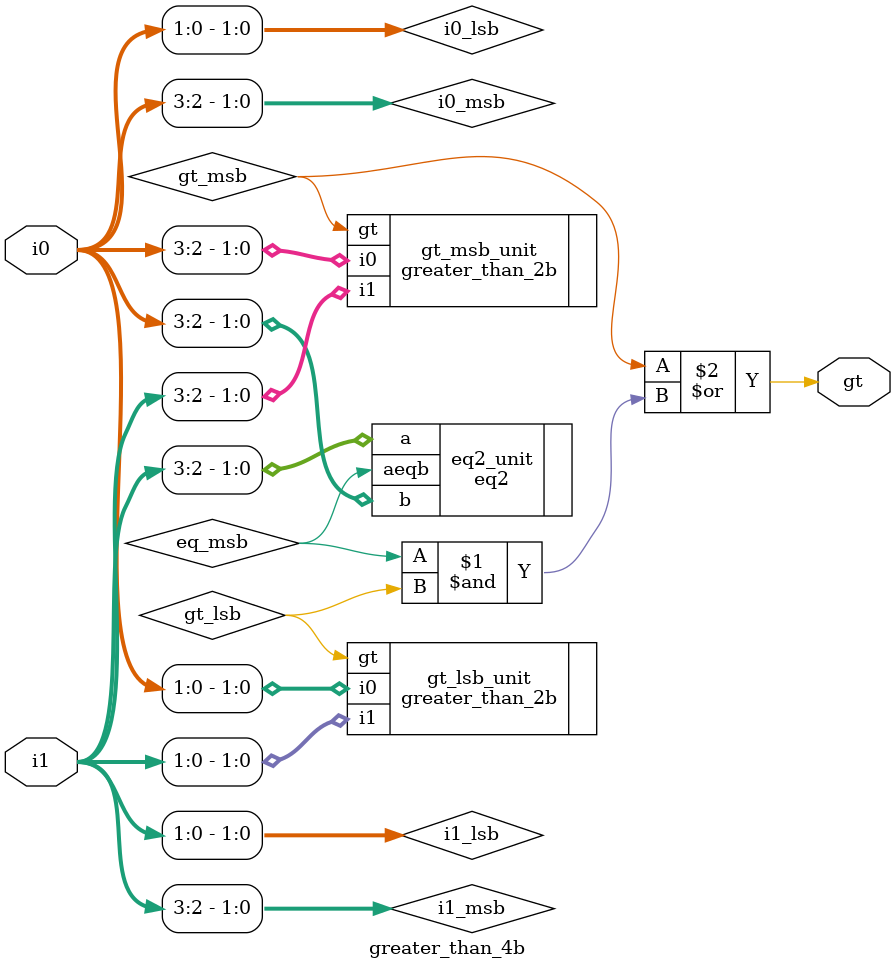
<source format=v>

module greater_than_4b
    (
    input  wire[3:0] i1, i0,
    output wire      gt
    );
    
    // signal declaration
    wire[1:0] i1_msb, i0_msb;  // upper 2 bits of input
    wire[1:0] i1_lsb, i0_lsb;  // lower 2 bits of input
    assign i1_lsb = i1[1:0];
    assign i1_msb = i1[3:2];
    assign i0_lsb = i0[1:0];
    assign i0_msb = i0[3:2];
    
    wire gt_lsb;  // true when i1_lsb > i0_lsb
    wire gt_msb;  // true when i1_msb > i0_msb
    wire eq_msb;  // truen when i1_msb == i0_msb
    
    // 2 2-bit greater-than circuit instances
    greater_than_2b gt_lsb_unit (.i1(i1_lsb), .i0(i0_lsb), .gt(gt_lsb));
    greater_than_2b gt_msb_unit (.i1(i1_msb), .i0(i0_msb), .gt(gt_msb));
    
    // 1 2-bit equal circuit
    eq2 eq2_unit (.a(i1_msb), .b(i0_msb), .aeqb(eq_msb));

    // if i1_msb > i0_msb, then i1 > i0
    // if i1_msb == i0_msb and if i1_lsb > i0_lsb, then i1 > i0
    assign gt = gt_msb | (eq_msb & gt_lsb);
    
endmodule

</source>
